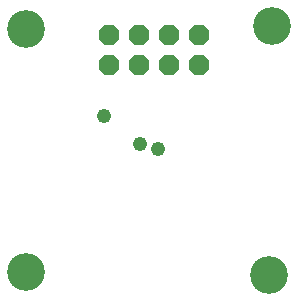
<source format=gbr>
G04 EAGLE Gerber X2 export*
%TF.Part,Single*%
%TF.FileFunction,Soldermask,Bot,1*%
%TF.FilePolarity,Negative*%
%TF.GenerationSoftware,Autodesk,EAGLE,9.1.2*%
%TF.CreationDate,2020-01-29T09:53:54Z*%
G75*
%MOMM*%
%FSLAX34Y34*%
%LPD*%
%AMOC8*
5,1,8,0,0,1.08239X$1,22.5*%
G01*
%ADD10C,3.203200*%
%ADD11P,1.869504X8X202.500000*%
%ADD12C,1.209600*%


D10*
X22860Y228600D03*
X231140Y231140D03*
X228600Y20320D03*
X22860Y22860D03*
D11*
X168910Y223097D03*
X143510Y223097D03*
X118110Y223097D03*
X92710Y223097D03*
X168910Y197697D03*
X143510Y197697D03*
X118110Y197697D03*
X92710Y197697D03*
D12*
X119380Y130810D03*
X134620Y127000D03*
X88900Y154940D03*
M02*

</source>
